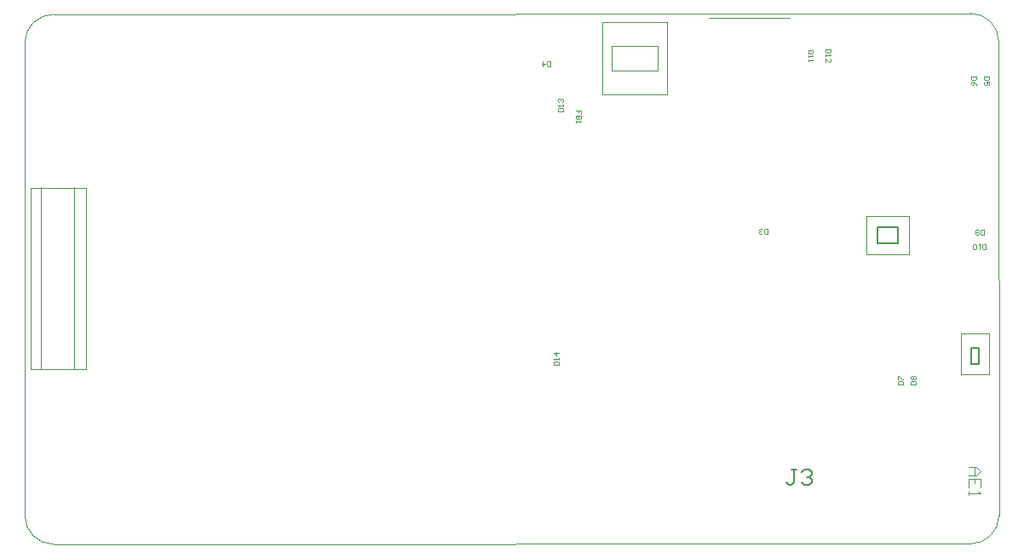
<source format=gko>
G04*
G04 #@! TF.GenerationSoftware,Altium Limited,Altium Designer,23.8.1 (32)*
G04*
G04 Layer_Color=16711935*
%FSLAX44Y44*%
%MOMM*%
G71*
G04*
G04 #@! TF.SameCoordinates,071F2429-F9B4-4B5C-A231-AAE6FBE22CC4*
G04*
G04*
G04 #@! TF.FilePolarity,Positive*
G04*
G01*
G75*
%ADD19C,0.1001*%
%ADD20C,0.1999*%
%ADD21C,0.1500*%
%ADD22C,0.0500*%
%ADD23C,0.1200*%
%ADD156C,0.1000*%
D19*
X837791Y302311D02*
Y340309D01*
Y302311D02*
X879792D01*
Y340309D01*
X837791D02*
X879792D01*
X931420Y182659D02*
Y223660D01*
Y182659D02*
X959421D01*
Y223660D01*
X931420D02*
X959421D01*
X574799Y461122D02*
Y533121D01*
Y461122D02*
X639798D01*
Y533121D01*
X574799D02*
X639798D01*
X584799Y484622D02*
Y509621D01*
Y484622D02*
X629798D01*
Y509621D01*
X584799D02*
X629798D01*
X17292Y368300D02*
X25419D01*
X41674D01*
X49801D01*
X17292Y187960D02*
Y368770D01*
Y187960D02*
X49801D01*
X7292Y368300D02*
X61691D01*
X7292Y187960D02*
Y368300D01*
Y187960D02*
X61691D01*
Y368300D01*
X49801Y187960D02*
Y368770D01*
D20*
X848791Y313309D02*
Y329311D01*
Y313309D02*
X868791D01*
Y329311D01*
X848791D02*
X868791D01*
X941420Y192659D02*
Y208661D01*
Y192659D02*
X949421D01*
Y208661D01*
X941420D02*
X949421D01*
D21*
X768395Y87508D02*
X763396D01*
X765895D01*
Y75012D01*
X763396Y72512D01*
X760897D01*
X758398Y75012D01*
X773393Y85008D02*
X775892Y87508D01*
X780891D01*
X783390Y85008D01*
Y82509D01*
X780891Y80010D01*
X778391D01*
X780891D01*
X783390Y77511D01*
Y75012D01*
X780891Y72512D01*
X775892D01*
X773393Y75012D01*
D22*
X553679Y441919D02*
Y445251D01*
X551180D01*
Y443585D01*
Y445251D01*
X548681D01*
X553679Y440253D02*
X548681D01*
Y437754D01*
X549514Y436921D01*
X550347D01*
X551180Y437754D01*
Y440253D01*
Y437754D01*
X552013Y436921D01*
X552846D01*
X553679Y437754D01*
Y440253D01*
X548681Y435255D02*
Y433588D01*
Y434422D01*
X553679D01*
X552846Y435255D01*
X881818Y172365D02*
X886817D01*
Y174864D01*
X885984Y175697D01*
X882651D01*
X881818Y174864D01*
Y172365D01*
X882651Y177363D02*
X881818Y178196D01*
Y179862D01*
X882651Y180695D01*
X883484D01*
X884317Y179862D01*
X885151Y180695D01*
X885984D01*
X886817Y179862D01*
Y178196D01*
X885984Y177363D01*
X885151D01*
X884317Y178196D01*
X883484Y177363D01*
X882651D01*
X884317Y178196D02*
Y179862D01*
X868992Y172365D02*
X873990D01*
Y174864D01*
X873158Y175697D01*
X869825D01*
X868992Y174864D01*
Y172365D01*
Y177363D02*
Y180695D01*
X869825D01*
X873158Y177363D01*
X873990D01*
X527095Y191872D02*
X532093D01*
Y194371D01*
X531260Y195204D01*
X527928D01*
X527095Y194371D01*
Y191872D01*
X532093Y196870D02*
Y198536D01*
Y197703D01*
X527095D01*
X527928Y196870D01*
X532093Y203535D02*
X527095D01*
X529594Y201036D01*
Y204368D01*
X530905Y444602D02*
X535903D01*
Y447101D01*
X535070Y447934D01*
X531738D01*
X530905Y447101D01*
Y444602D01*
X535903Y449600D02*
Y451267D01*
Y450434D01*
X530905D01*
X531738Y449600D01*
Y453766D02*
X530905Y454599D01*
Y456265D01*
X531738Y457098D01*
X532571D01*
X533404Y456265D01*
Y455432D01*
Y456265D01*
X534237Y457098D01*
X535070D01*
X535903Y456265D01*
Y454599D01*
X535070Y453766D01*
X954129Y321351D02*
Y326349D01*
X951630D01*
X950797Y325516D01*
Y322184D01*
X951630Y321351D01*
X954129D01*
X949131Y325516D02*
X948298Y326349D01*
X946632D01*
X945798Y325516D01*
Y322184D01*
X946632Y321351D01*
X948298D01*
X949131Y322184D01*
Y323017D01*
X948298Y323850D01*
X945798D01*
X956212Y307381D02*
Y312379D01*
X953713D01*
X952879Y311546D01*
Y308214D01*
X953713Y307381D01*
X956212D01*
X951213Y312379D02*
X949547D01*
X950380D01*
Y307381D01*
X951213Y308214D01*
X947048D02*
X946215Y307381D01*
X944549D01*
X943716Y308214D01*
Y311546D01*
X944549Y312379D01*
X946215D01*
X947048Y311546D01*
Y308214D01*
X959689Y479145D02*
X954691D01*
Y476646D01*
X955524Y475813D01*
X958856D01*
X959689Y476646D01*
Y479145D01*
Y470815D02*
Y474147D01*
X957190D01*
X958023Y472481D01*
Y471648D01*
X957190Y470815D01*
X955524D01*
X954691Y471648D01*
Y473314D01*
X955524Y474147D01*
X946989Y479145D02*
X941991D01*
Y476646D01*
X942824Y475813D01*
X946156D01*
X946989Y476646D01*
Y479145D01*
Y470815D02*
X946156Y472481D01*
X944490Y474147D01*
X942824D01*
X941991Y473314D01*
Y471648D01*
X942824Y470815D01*
X943657D01*
X944490Y471648D01*
Y474147D01*
X784614Y505116D02*
X779616D01*
Y502617D01*
X780449Y501784D01*
X783781D01*
X784614Y502617D01*
Y505116D01*
X779616Y500118D02*
Y498452D01*
Y499285D01*
X784614D01*
X783781Y500118D01*
X779616Y495952D02*
Y494286D01*
Y495120D01*
X784614D01*
X783781Y495952D01*
X801900Y505949D02*
X796901D01*
Y503450D01*
X797734Y502617D01*
X801067D01*
X801900Y503450D01*
Y505949D01*
X796901Y500951D02*
Y499285D01*
Y500118D01*
X801900D01*
X801067Y500951D01*
X796901Y493453D02*
Y496786D01*
X800234Y493453D01*
X801067D01*
X801900Y494286D01*
Y495952D01*
X801067Y496786D01*
X739486Y322621D02*
Y327619D01*
X736986D01*
X736153Y326786D01*
Y323454D01*
X736986Y322621D01*
X739486D01*
X734487Y323454D02*
X733654Y322621D01*
X731988D01*
X731155Y323454D01*
Y324287D01*
X731988Y325120D01*
X732821D01*
X731988D01*
X731155Y325953D01*
Y326786D01*
X731988Y327619D01*
X733654D01*
X734487Y326786D01*
X523595Y488991D02*
Y493989D01*
X521096D01*
X520263Y493156D01*
Y489824D01*
X521096Y488991D01*
X523595D01*
X516098Y493989D02*
Y488991D01*
X518597Y491490D01*
X515265D01*
D23*
X938886Y90195D02*
X946883D01*
X950882Y86197D01*
X946883Y82198D01*
X938886D01*
X944884D01*
Y90195D01*
X950882Y70202D02*
Y78199D01*
X938886D01*
Y70202D01*
X944884Y78199D02*
Y74201D01*
X938886Y66203D02*
Y62204D01*
Y64204D01*
X950882D01*
X948883Y66203D01*
D156*
X941000Y13902D02*
G03*
X969298Y42200I0J28298D01*
G01*
X969244Y513795D02*
G03*
X940944Y542095I-28300J0D01*
G01*
X29574Y540987D02*
G03*
X1274Y512687I0J-28300D01*
G01*
X1341Y42007D02*
G03*
X29738Y13608I28300J-98D01*
G01*
X941854Y13869D01*
X941000Y13902D02*
X941854Y13869D01*
X969298Y41908D02*
Y42200D01*
X969114Y514776D02*
X969298Y41908D01*
X969114Y514776D02*
X969244Y513795D01*
X940626Y542028D02*
X940944Y542095D01*
X30415Y541006D02*
X940626Y542028D01*
X29574Y540987D02*
X30415Y541006D01*
X1274Y512687D02*
X1365Y512352D01*
Y41983D02*
Y512352D01*
X1341Y42007D02*
X1365Y41983D01*
X681116Y537740D02*
X761116D01*
M02*

</source>
